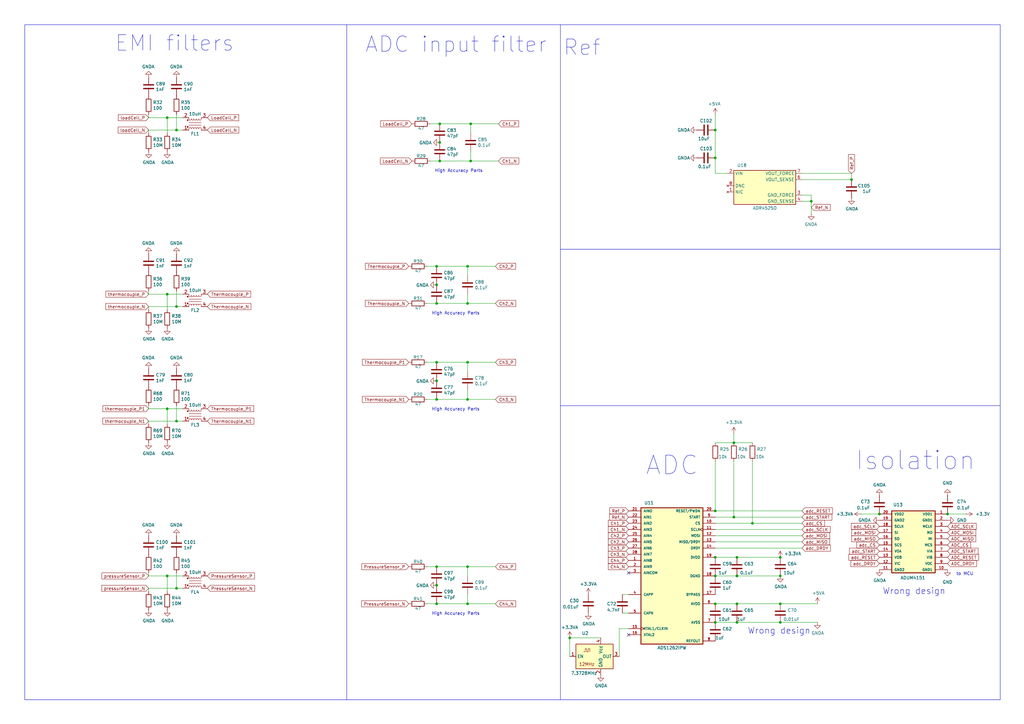
<source format=kicad_sch>
(kicad_sch (version 20231120) (generator "eeschema") (generator_version "8.0")
  (paper "A3")
  (title_block (title "Analog Parts") (date "2024-09-08") (rev "1.1"))
  (lib_symbols
    (symbol "ADS1263IPW:ADS1263IPW" (pin_names (offset 1.016))
      (property "Reference" "U" (at -11.43 49.53 0))
      (property "Value" "ADS1263IPW" (at -5.08 -10.3378 0))
      (symbol "ADS1263IPW_0_0"
        (pin input line (at -17.78 26.67 0) (length 5.08) (name "AIN8") (number "1"))
        (pin bidirectional line (at 17.78 41.91 180) (length 5.08) (name "CS") (number "10"))
        (pin input clock (at 17.78 39.37 180) (length 5.08) (name "SCLK") (number "11"))
        (pin input line (at 17.78 36.83 180) (length 5.08) (name "MOSI") (number "12"))
        (pin output line (at 17.78 34.29 180) (length 5.08) (name "MISO/DRDY") (number "13"))
        (pin bidirectional line (at 17.78 31.75 180) (length 5.08) (name "DRDY") (number "14"))
        (pin bidirectional clock (at -17.78 -1.27 0) (length 5.08) (name "XTAL1/CLKIN") (number "15"))
        (pin bidirectional line (at -17.78 -3.81 0) (length 5.08) (name "XTAL2") (number "16"))
        (pin bidirectional line (at 17.78 12.7 180) (length 5.08) (name "BYPASS") (number "17"))
        (pin power_in line (at 17.78 20.32 180) (length 5.08) (name "DGND") (number "18"))
        (pin power_in line (at 17.78 27.94 180) (length 5.08) (name "DVDD") (number "19"))
        (pin input line (at -17.78 24.13 0) (length 5.08) (name "AIN9") (number "2"))
        (pin bidirectional line (at 17.78 46.99 180) (length 5.08) (name "RESET/PWDN") (number "20"))
        (pin input line (at -17.78 46.99 0) (length 5.08) (name "AINO") (number "21"))
        (pin input line (at -17.78 44.45 0) (length 5.08) (name "AIN1") (number "22"))
        (pin input line (at -17.78 41.91 0) (length 5.08) (name "AIN2") (number "23"))
        (pin input line (at -17.78 39.37 0) (length 5.08) (name "AIN3") (number "24"))
        (pin input line (at -17.78 36.83 0) (length 5.08) (name "AIN4") (number "25"))
        (pin input line (at -17.78 34.29 0) (length 5.08) (name "AIN5") (number "26"))
        (pin input line (at -17.78 31.75 0) (length 5.08) (name "AIN6") (number "27"))
        (pin input line (at -17.78 29.21 0) (length 5.08) (name "AIN7") (number "28"))
        (pin input line (at -17.78 21.59 0) (length 5.08) (name "AINCOM") (number "3"))
        (pin bidirectional line (at -17.78 12.7 0) (length 5.08) (name "CAPP") (number "4"))
        (pin bidirectional line (at -17.78 5.08 0) (length 5.08) (name "CAPN") (number "5"))
        (pin power_in line (at 17.78 8.89 180) (length 5.08) (name "AVDD") (number "6"))
        (pin power_in line (at 17.78 1.27 180) (length 5.08) (name "AVSS") (number "7"))
        (pin output line (at 17.78 -6.35 180) (length 5.08) (name "REFOUT") (number "8"))
        (pin bidirectional line (at 17.78 44.45 180) (length 5.08) (name "START") (number "9"))
      )
      (symbol "ADS1263IPW_1_1"
        (rectangle (start -12.7 48.26) (end 12.7 -7.62) (stroke (width 0.4064)) (fill (type background)))
      )
    )
    (symbol "ADUM4151:ADUM4151" (pin_names (offset 1.016))
      (property "Reference" "U" (at -8.89 25.4 0))
      (property "Value" "ADUM4151" (at -6.35 -3.81 0))
      (symbol "ADUM4151_0_0"
        (pin bidirectional line (at -15.24 22.86 0) (length 5.08) (name "VDD1") (number "1"))
        (pin bidirectional line (at -15.24 0 0) (length 5.08) (name "GND1") (number "10"))
        (pin bidirectional line (at 12.7 0 180) (length 5.08) (name "GND2") (number "11"))
        (pin bidirectional line (at 12.7 2.54 180) (length 5.08) (name "VIC") (number "12"))
        (pin bidirectional line (at 12.7 5.08 180) (length 5.08) (name "VOB") (number "13"))
        (pin bidirectional line (at 12.7 7.62 180) (length 5.08) (name "VOA") (number "14"))
        (pin bidirectional line (at 12.7 10.16 180) (length 5.08) (name "SCS") (number "15"))
        (pin bidirectional line (at 12.7 12.7 180) (length 5.08) (name "SO") (number "16"))
        (pin bidirectional line (at 12.7 15.24 180) (length 5.08) (name "SI") (number "17"))
        (pin bidirectional line (at 12.7 17.78 180) (length 5.08) (name "SCLK") (number "18"))
        (pin bidirectional line (at 12.7 20.32 180) (length 5.08) (name "GND2") (number "19"))
        (pin bidirectional line (at -15.24 20.32 0) (length 5.08) (name "GND1") (number "2"))
        (pin bidirectional line (at 12.7 22.86 180) (length 5.08) (name "VDD2") (number "20"))
        (pin bidirectional line (at -15.24 17.78 0) (length 5.08) (name "MCLK") (number "3"))
        (pin bidirectional line (at -15.24 15.24 0) (length 5.08) (name "MO") (number "4"))
        (pin bidirectional line (at -15.24 12.7 0) (length 5.08) (name "MI") (number "5"))
        (pin bidirectional line (at -15.24 10.16 0) (length 5.08) (name "MCS") (number "6"))
        (pin bidirectional line (at -15.24 7.62 0) (length 5.08) (name "VIA") (number "7"))
        (pin bidirectional line (at -15.24 5.08 0) (length 5.08) (name "VIB") (number "8"))
        (pin bidirectional line (at -15.24 2.54 0) (length 5.08) (name "VOC") (number "9"))
      )
      (symbol "ADUM4151_1_1"
        (rectangle (start 7.62 -1.27) (end -10.16 24.13) (stroke (width 0.4064)) (fill (type background)))
      )
    )
    (symbol "Device:C" (pin_numbers hide) (pin_names (offset 0.254))
      (property "Reference" "C" (at 0.635 2.54 0))
      (property "Value" "C" (at 0.635 -2.54 0))
      (symbol "C_0_1"
        (polyline (pts (xy -2.032 -0.762) (xy 2.032 -0.762)) (stroke (width 0.508)))
        (polyline (pts (xy -2.032 0.762) (xy 2.032 0.762)) (stroke (width 0.508)))
      )
      (symbol "C_1_1"
        (pin passive line (at 0 3.81 270) (length 2.794) (name "~") (number "1"))
        (pin passive line (at 0 -3.81 90) (length 2.794) (name "~") (number "2"))
      )
    )
    (symbol "Device:Filter_EMI_LL_1423" (pin_names hide)
      (property "Reference" "FL" (at 0 4.445 0))
      (property "Value" "Filter_EMI_LL_1423" (at 0 -4.445 0))
      (symbol "Filter_EMI_LL_1423_0_1"
        (circle (center -3.048 -1.27) (radius 0.254) (fill (type outline)))
        (circle (center -3.048 1.524) (radius 0.254) (fill (type outline)))
        (arc (start -2.54 2.032) (mid -2.032 1.5262) (end -1.524 2.032))
        (arc (start -1.524 -2.032) (mid -2.032 -1.5262) (end -2.54 -2.032))
        (arc (start -1.524 2.032) (mid -1.016 1.5262) (end -0.508 2.032))
        (arc (start -0.508 -2.032) (mid -1.016 -1.5262) (end -1.524 -2.032))
        (arc (start -0.508 2.032) (mid 0 1.5262) (end 0.508 2.032))
        (polyline (pts (xy -2.54 -2.032) (xy -2.54 -2.54)))
        (polyline (pts (xy -2.54 0.508) (xy 2.54 0.508)))
        (polyline (pts (xy -2.54 2.032) (xy -2.54 2.54)))
        (polyline (pts (xy 2.54 -2.032) (xy 2.54 -2.54)))
        (polyline (pts (xy 2.54 -0.508) (xy -2.54 -0.508)))
        (polyline (pts (xy 2.54 2.54) (xy 2.54 2.032)))
        (arc (start 0.508 -2.032) (mid 0 -1.5262) (end -0.508 -2.032))
        (arc (start 0.508 2.032) (mid 1.016 1.5262) (end 1.524 2.032))
        (arc (start 1.524 -2.032) (mid 1.016 -1.5262) (end 0.508 -2.032))
        (arc (start 1.524 2.032) (mid 2.032 1.5262) (end 2.54 2.032))
        (arc (start 2.54 -2.032) (mid 2.032 -1.5262) (end 1.524 -2.032))
      )
      (symbol "Filter_EMI_LL_1423_1_1"
        (pin passive line (at -5.08 -2.54 0) (length 2.54) (name "1") (number "1"))
        (pin passive line (at -5.08 2.54 0) (length 2.54) (name "2") (number "2"))
        (pin passive line (at 5.08 2.54 180) (length 2.54) (name "3") (number "3"))
        (pin passive line (at 5.08 -2.54 180) (length 2.54) (name "4") (number "4"))
      )
    )
    (symbol "Device:R" (pin_numbers hide) (pin_names (offset 0))
      (property "Reference" "R" (at 2.032 0 90))
      (property "Value" "R" (at 0 0 90))
      (symbol "R_0_1"
        (rectangle (start -1.016 -2.54) (end 1.016 2.54) (stroke (width 0.254)))
      )
      (symbol "R_1_1"
        (pin passive line (at 0 3.81 270) (length 1.27) (name "~") (number "1"))
        (pin passive line (at 0 -3.81 90) (length 1.27) (name "~") (number "2"))
      )
    )
    (symbol "GND_1" (power) (pin_numbers hide) (pin_names (offset 0) hide)
      (property "Value" "GND" (at 0 -3.81 0))
      (symbol "GND_1_0_1"
        (polyline (pts (xy 0 0) (xy 0 -1.27) (xy 1.27 -1.27) (xy 0 -2.54) (xy -1.27 -1.27) (xy 0 -1.27)))
      )
      (symbol "GND_1_1_1"
        (pin power_in line (at 0 0 270) (length 0) (name "~") (number "1"))
      )
    )
    (symbol "GND_2" (power) (pin_numbers hide) (pin_names (offset 0) hide)
      (property "Value" "GND" (at 0 -3.81 0))
      (symbol "GND_2_0_1"
        (polyline (pts (xy 0 0) (xy 0 -1.27) (xy 1.27 -1.27) (xy 0 -2.54) (xy -1.27 -1.27) (xy 0 -1.27)))
      )
      (symbol "GND_2_1_1"
        (pin power_in line (at 0 0 270) (length 0) (name "~") (number "1"))
      )
    )
    (symbol "MY_CLK:TCXO-12MHz_3OUT"
      (property "Reference" "U" (at -6.35 7.62 0))
      (property "Value" "TCXO-12MHz_3OUT" (at 0 -11.43 0))
      (symbol "TCXO-12MHz_3OUT_0_0"
        (text "12MHz" (at -3.175 -3.175 0) (effects (font (size 1.27 1.27))))
      )
      (symbol "TCXO-12MHz_3OUT_0_1"
        (rectangle (start -7.62 5.08) (end 7.62 -5.08) (stroke (width 0.254)) (fill (type background)))
        (polyline (pts (xy -4.445 1.905) (xy -3.81 1.905) (xy -3.81 3.175) (xy -3.175 3.175) (xy -3.175 1.905) (xy -2.54 1.905) (xy -2.54 3.175) (xy -1.905 3.175) (xy -1.905 1.905)))
      )
      (symbol "TCXO-12MHz_3OUT_1_1"
        (pin input line (at -10.16 0 0) (length 2.54) (name "EN") (number "1"))
        (pin power_in line (at 2.54 -7.62 90) (length 2.54) (name "GND") (number "2"))
        (pin output line (at 10.16 0 180) (length 2.54) (name "OUT") (number "3"))
        (pin power_in line (at 2.54 7.62 270) (length 2.54) (name "Vcc") (number "4"))
      )
    )
    (symbol "MY_PMIC:ADR4525D"
      (property "Reference" "U18" (at -9.398 8.382 0))
      (property "Value" "ADR4525D" (at 0 -9.144 0))
      (symbol "ADR4525D_1_1"
        (rectangle (start -12.7 6.35) (end 12.7 -7.62) (stroke (width 0.254)) (fill (type background)))
        (pin no_connect line (at -15.24 -2.54 0) (length 2.54) (name "NIC") (number "1"))
        (pin input line (at -15.24 5.08 0) (length 2.54) (name "VIN") (number "2"))
        (pin input line (at 15.24 -3.81 180) (length 2.54) (name "GND_FORCE") (number "3"))
        (pin input line (at 15.24 -6.35 180) (length 2.54) (name "GND_SENSE") (number "4"))
        (pin no_connect line (at -15.24 -2.54 0) (length 2.54) hide (name "NIC") (number "5"))
        (pin input line (at 15.24 2.54 180) (length 2.54) (name "VOUT_SENSE") (number "6"))
        (pin input line (at 15.24 5.08 180) (length 2.54) (name "VOUT_FORCE") (number "7"))
        (pin no_connect line (at -15.24 0 0) (length 2.54) (name "DNC") (number "8"))
      )
    )
    (symbol "power:+3.3V" (power) (pin_numbers hide) (pin_names (offset 0) hide)
      (property "Value" "+3.3V" (at 0 3.556 0))
      (symbol "+3.3V_0_1"
        (polyline (pts (xy -0.762 1.27) (xy 0 2.54)))
        (polyline (pts (xy 0 0) (xy 0 2.54)))
        (polyline (pts (xy 0 2.54) (xy 0.762 1.27)))
      )
      (symbol "+3.3V_1_1"
        (pin power_in line (at 0 0 90) (length 0) (name "~") (number "1"))
      )
    )
    (symbol "power:+3.3VA" (power) (pin_numbers hide) (pin_names (offset 0) hide)
      (property "Value" "+3.3VA" (at 0 3.556 0))
      (symbol "+3.3VA_0_1"
        (polyline (pts (xy -0.762 1.27) (xy 0 2.54)))
        (polyline (pts (xy 0 0) (xy 0 2.54)))
        (polyline (pts (xy 0 2.54) (xy 0.762 1.27)))
      )
      (symbol "+3.3VA_1_1"
        (pin power_in line (at 0 0 90) (length 0) (name "~") (number "1"))
      )
    )
    (symbol "power:+5VA" (power) (pin_names (offset 0))
      (property "Value" "+5VA" (at 0 3.556 0))
      (symbol "+5VA_0_1"
        (polyline (pts (xy -0.762 1.27) (xy 0 2.54)))
        (polyline (pts (xy 0 0) (xy 0 2.54)))
        (polyline (pts (xy 0 2.54) (xy 0.762 1.27)))
      )
      (symbol "+5VA_1_1"
        (pin power_in line (at 0 0 90) (length 0) hide (name "+5VA") (number "1"))
      )
    )
    (symbol "power:GNDA" (power) (pin_names (offset 0))
      (property "Value" "GNDA" (at 0 -3.81 0))
      (symbol "GNDA_0_1"
        (polyline (pts (xy 0 0) (xy 0 -1.27) (xy 1.27 -1.27) (xy 0 -2.54) (xy -1.27 -1.27) (xy 0 -1.27)))
      )
      (symbol "GNDA_1_1"
        (pin power_in line (at 0 0 270) (length 0) hide (name "GNDA") (number "1"))
      )
    )
  )
  (junction (at 300.99 181.61))
  (junction (at 191.77 124.46))
  (junction (at 68.58 48.26))
  (junction (at 179.07 116.84))
  (junction (at 302.26 228.6))
  (junction (at 320.04 255.27))
  (junction (at 191.77 247.65))
  (junction (at 332.74 82.55))
  (junction (at 68.58 236.22))
  (junction (at 72.39 172.72))
  (junction (at 320.04 228.6))
  (junction (at 191.77 232.41))
  (junction (at 293.37 53.34))
  (junction (at 191.77 163.83))
  (junction (at 179.07 240.03))
  (junction (at 293.37 64.77))
  (junction (at 179.07 232.41))
  (junction (at 302.26 255.27))
  (junction (at 72.39 125.73))
  (junction (at 180.34 66.04))
  (junction (at 179.07 148.59))
  (junction (at 320.04 247.65))
  (junction (at 68.58 167.64))
  (junction (at 191.77 109.22))
  (junction (at 302.26 236.22))
  (junction (at 308.61 214.63))
  (junction (at 233.68 261.62))
  (junction (at 193.04 66.04))
  (junction (at 72.39 53.34))
  (junction (at 302.26 247.65))
  (junction (at 180.34 58.42))
  (junction (at 179.07 156.21))
  (junction (at 179.07 163.83))
  (junction (at 72.39 241.3))
  (junction (at 388.62 210.82))
  (junction (at 293.37 255.27))
  (junction (at 349.25 73.66))
  (junction (at 293.37 247.65))
  (junction (at 179.07 247.65))
  (junction (at 360.68 210.82))
  (junction (at 191.77 148.59))
  (junction (at 179.07 109.22))
  (junction (at 320.04 236.22))
  (junction (at 179.07 124.46))
  (junction (at 293.37 236.22))
  (junction (at 193.04 50.8))
  (junction (at 293.37 228.6))
  (junction (at 68.58 120.65))
  (junction (at 293.37 209.55))
  (junction (at 180.34 50.8))
  (junction (at 300.99 212.09))
  (no_connect (at 257.81 260.35))
  (no_connect (at 257.81 234.95))
  (wire (pts (xy 60.96 46.99) (xy 60.96 48.26)))
  (wire (pts (xy 193.04 66.04) (xy 204.47 66.04)))
  (wire (pts (xy 176.53 50.8) (xy 180.34 50.8)))
  (wire (pts (xy 60.96 125.73) (xy 72.39 125.73)))
  (wire (pts (xy 349.25 73.66) (xy 349.25 71.12)))
  (wire (pts (xy 72.39 166.37) (xy 72.39 172.72)))
  (wire (pts (xy 293.37 53.34) (xy 293.37 64.77)))
  (wire (pts (xy 302.26 228.6) (xy 320.04 228.6)))
  (wire (pts (xy 180.34 66.04) (xy 193.04 66.04)))
  (wire (pts (xy 300.99 189.23) (xy 300.99 212.09)))
  (wire (pts (xy 179.07 124.46) (xy 191.77 124.46)))
  (wire (pts (xy 60.96 166.37) (xy 60.96 167.64)))
  (wire (pts (xy 293.37 219.71) (xy 328.93 219.71)))
  (wire (pts (xy 60.96 234.95) (xy 60.96 236.22)))
  (wire (pts (xy 332.74 80.01) (xy 332.74 82.55)))
  (wire (pts (xy 175.26 109.22) (xy 179.07 109.22)))
  (wire (pts (xy 179.07 109.22) (xy 191.77 109.22)))
  (wire (pts (xy 193.04 66.04) (xy 193.04 62.23)))
  (polyline (pts (xy 10.16 10.16) (xy 10.16 287.02)))
  (wire (pts (xy 191.77 232.41) (xy 203.2 232.41)))
  (wire (pts (xy 191.77 109.22) (xy 203.2 109.22)))
  (polyline (pts (xy 410.21 10.16) (xy 410.21 287.02)))
  (wire (pts (xy 60.96 173.99) (xy 60.96 172.72)))
  (wire (pts (xy 191.77 247.65) (xy 203.2 247.65)))
  (wire (pts (xy 179.07 148.59) (xy 191.77 148.59)))
  (wire (pts (xy 179.07 163.83) (xy 191.77 163.83)))
  (polyline (pts (xy 10.16 10.16) (xy 410.21 10.16)))
  (wire (pts (xy 293.37 212.09) (xy 300.99 212.09)))
  (wire (pts (xy 175.26 124.46) (xy 179.07 124.46)))
  (polyline (pts (xy 229.87 166.37) (xy 410.21 166.37)))
  (wire (pts (xy 74.93 236.22) (xy 68.58 236.22)))
  (wire (pts (xy 191.77 232.41) (xy 191.77 236.22)))
  (wire (pts (xy 68.58 127) (xy 68.58 120.65)))
  (wire (pts (xy 60.96 119.38) (xy 60.96 120.65)))
  (wire (pts (xy 72.39 234.95) (xy 72.39 241.3)))
  (wire (pts (xy 60.96 241.3) (xy 72.39 241.3)))
  (wire (pts (xy 293.37 214.63) (xy 308.61 214.63)))
  (wire (pts (xy 302.26 236.22) (xy 320.04 236.22)))
  (wire (pts (xy 328.93 80.01) (xy 332.74 80.01)))
  (wire (pts (xy 308.61 189.23) (xy 308.61 214.63)))
  (wire (pts (xy 176.53 66.04) (xy 180.34 66.04)))
  (wire (pts (xy 320.04 247.65) (xy 335.28 247.65)))
  (wire (pts (xy 191.77 247.65) (xy 191.77 243.84)))
  (wire (pts (xy 293.37 255.27) (xy 302.26 255.27)))
  (wire (pts (xy 191.77 163.83) (xy 191.77 160.02)))
  (wire (pts (xy 293.37 247.65) (xy 302.26 247.65)))
  (wire (pts (xy 293.37 189.23) (xy 293.37 209.55)))
  (wire (pts (xy 175.26 232.41) (xy 179.07 232.41)))
  (wire (pts (xy 60.96 172.72) (xy 72.39 172.72)))
  (wire (pts (xy 353.06 210.82) (xy 360.68 210.82)))
  (wire (pts (xy 302.26 255.27) (xy 320.04 255.27)))
  (polyline (pts (xy 410.21 287.02) (xy 10.16 287.02)))
  (wire (pts (xy 191.77 163.83) (xy 203.2 163.83)))
  (wire (pts (xy 335.28 255.27) (xy 320.04 255.27)))
  (wire (pts (xy 293.37 46.99) (xy 293.37 53.34)))
  (wire (pts (xy 60.96 120.65) (xy 68.58 120.65)))
  (wire (pts (xy 72.39 125.73) (xy 74.93 125.73)))
  (wire (pts (xy 233.68 261.62) (xy 246.38 261.62)))
  (wire (pts (xy 308.61 214.63) (xy 328.93 214.63)))
  (wire (pts (xy 193.04 50.8) (xy 204.47 50.8)))
  (wire (pts (xy 60.96 167.64) (xy 68.58 167.64)))
  (wire (pts (xy 255.27 243.84) (xy 257.81 243.84)))
  (wire (pts (xy 293.37 236.22) (xy 302.26 236.22)))
  (wire (pts (xy 191.77 148.59) (xy 191.77 152.4)))
  (wire (pts (xy 72.39 46.99) (xy 72.39 53.34)))
  (wire (pts (xy 180.34 50.8) (xy 193.04 50.8)))
  (wire (pts (xy 175.26 247.65) (xy 179.07 247.65)))
  (wire (pts (xy 300.99 212.09) (xy 328.93 212.09)))
  (wire (pts (xy 233.68 269.24) (xy 233.68 261.62)))
  (wire (pts (xy 193.04 50.8) (xy 193.04 54.61)))
  (wire (pts (xy 60.96 236.22) (xy 68.58 236.22)))
  (wire (pts (xy 302.26 247.65) (xy 320.04 247.65)))
  (wire (pts (xy 68.58 54.61) (xy 68.58 48.26)))
  (wire (pts (xy 60.96 48.26) (xy 68.58 48.26)))
  (polyline (pts (xy 229.87 10.16) (xy 229.87 287.02)))
  (wire (pts (xy 191.77 124.46) (xy 191.77 120.65)))
  (wire (pts (xy 254 257.81) (xy 257.81 257.81)))
  (wire (pts (xy 74.93 167.64) (xy 68.58 167.64)))
  (wire (pts (xy 302.26 228.6) (xy 293.37 228.6)))
  (wire (pts (xy 328.93 222.25) (xy 293.37 222.25)))
  (wire (pts (xy 300.99 181.61) (xy 308.61 181.61)))
  (wire (pts (xy 60.96 54.61) (xy 60.96 53.34)))
  (wire (pts (xy 332.74 82.55) (xy 332.74 87.63)))
  (wire (pts (xy 328.93 71.12) (xy 349.25 71.12)))
  (wire (pts (xy 175.26 163.83) (xy 179.07 163.83)))
  (wire (pts (xy 328.93 73.66) (xy 349.25 73.66)))
  (wire (pts (xy 293.37 71.12) (xy 298.45 71.12)))
  (wire (pts (xy 60.96 53.34) (xy 72.39 53.34)))
  (wire (pts (xy 332.74 82.55) (xy 328.93 82.55)))
  (wire (pts (xy 175.26 148.59) (xy 179.07 148.59)))
  (wire (pts (xy 72.39 241.3) (xy 74.93 241.3)))
  (wire (pts (xy 179.07 232.41) (xy 191.77 232.41)))
  (wire (pts (xy 293.37 209.55) (xy 328.93 209.55)))
  (wire (pts (xy 60.96 127) (xy 60.96 125.73)))
  (wire (pts (xy 179.07 247.65) (xy 191.77 247.65)))
  (wire (pts (xy 293.37 181.61) (xy 300.99 181.61)))
  (wire (pts (xy 191.77 124.46) (xy 203.2 124.46)))
  (wire (pts (xy 328.93 224.79) (xy 293.37 224.79)))
  (wire (pts (xy 68.58 242.57) (xy 68.58 236.22)))
  (wire (pts (xy 255.27 251.46) (xy 257.81 251.46)))
  (wire (pts (xy 74.93 48.26) (xy 68.58 48.26)))
  (wire (pts (xy 60.96 242.57) (xy 60.96 241.3)))
  (wire (pts (xy 293.37 64.77) (xy 293.37 71.12)))
  (wire (pts (xy 191.77 109.22) (xy 191.77 113.03)))
  (wire (pts (xy 72.39 53.34) (xy 74.93 53.34)))
  (wire (pts (xy 328.93 217.17) (xy 293.37 217.17)))
  (wire (pts (xy 254 269.24) (xy 254 257.81)))
  (wire (pts (xy 388.62 210.82) (xy 396.24 210.82)))
  (wire (pts (xy 72.39 119.38) (xy 72.39 125.73)))
  (wire (pts (xy 68.58 173.99) (xy 68.58 167.64)))
  (wire (pts (xy 191.77 148.59) (xy 203.2 148.59)))
  (wire (pts (xy 300.99 177.8) (xy 300.99 181.61)))
  (polyline (pts (xy 142.24 10.16) (xy 142.24 287.02)))
  (wire (pts (xy 72.39 172.72) (xy 74.93 172.72)))
  (polyline (pts (xy 229.87 102.235) (xy 410.21 102.235)))
  (wire (pts (xy 74.93 120.65) (xy 68.58 120.65)))
  (text "Ref" (at 230.886 23.368 0) (effects (font (size 6.35 6.35)) (justify left bottom)))
  (text "EMI filters" (at 46.99 21.59 0) (effects (font (size 6.35 6.35)) (justify left bottom)))
  (text "High Accuracy Parts" (at 177.038 129.286 0) (effects (font (size 1.27 1.27)) (justify left bottom)))
  (text "High Accuracy Parts" (at 178.308 70.866 0) (effects (font (size 1.27 1.27)) (justify left bottom)))
  (text "High Accuracy Parts" (at 177.038 168.656 0) (effects (font (size 1.27 1.27)) (justify left bottom)))
  (text "ADC" (at 275.59 191.008 0) (effects (font (size 7.62 7.62))))
  (text "Isolation" (at 375.412 188.976 0) (effects (font (size 7.62 7.62))))
  (text "ADC input filter" (at 149.606 22.098 0) (effects (font (size 6.35 6.35)) (justify left bottom)))
  (text "to MCU" (at 395.732 235.458 0) (effects (font (size 1.27 1.27))))
  (text "Wrong design" (at 374.904 242.57 0) (effects (font (size 2.54 2.54))))
  (text "Wrong design" (at 319.532 258.826 0) (effects (font (size 2.54 2.54))))
  (text "High Accuracy Parts" (at 177.038 252.476 0) (effects (font (size 1.27 1.27)) (justify left bottom)))
  (global_label "Ch4_P" (shape input) (at 203.2 232.41 0) (property "Intersheetrefs" "${INTERSHEET_REFS}" (effects (hide yes))))
  (global_label "ADC_DRDY" (shape input) (at 388.62 231.14 0) (property "Intersheetrefs" "${INTERSHEET_REFS}" (effects (hide yes))))
  (global_label "Ch3_N" (shape input) (at 203.2 163.83 0) (property "Intersheetrefs" "${INTERSHEET_REFS}" (effects (hide yes))))
  (global_label "Thermocouple_P" (shape input) (at 85.09 120.65 0) (property "Intersheetrefs" "${INTERSHEET_REFS}" (effects (hide yes))))
  (global_label "Thermocouple_N" (shape input) (at 85.09 125.73 0) (property "Intersheetrefs" "${INTERSHEET_REFS}" (effects (hide yes))))
  (global_label "adc_RESET" (shape input) (at 328.93 209.55 0) (property "Intersheetrefs" "${INTERSHEET_REFS}" (effects (hide yes))))
  (global_label "Thermocouple_N1" (shape input) (at 85.09 172.72 0) (property "Intersheetrefs" "${INTERSHEET_REFS}" (effects (hide yes))))
  (global_label "LoadCell_N" (shape input) (at 85.09 53.34 0) (property "Intersheetrefs" "${INTERSHEET_REFS}" (effects (hide yes))))
  (global_label "ADC_START" (shape input) (at 388.62 226.06 0) (property "Intersheetrefs" "${INTERSHEET_REFS}" (effects (hide yes))))
  (global_label "Ch3_N" (shape input) (at 257.81 227.33 180) (property "Intersheetrefs" "${INTERSHEET_REFS}" (effects (hide yes))))
  (global_label "PressureSensor_P" (shape input) (at 85.09 236.22 0) (property "Intersheetrefs" "${INTERSHEET_REFS}" (effects (hide yes))))
  (global_label "ADC_MISO" (shape input) (at 388.62 220.98 0) (property "Intersheetrefs" "${INTERSHEET_REFS}" (effects (hide yes))))
  (global_label "PressureSensor_N" (shape input) (at 85.09 241.3 0) (property "Intersheetrefs" "${INTERSHEET_REFS}" (effects (hide yes))))
  (global_label "adc_DRDY" (shape input) (at 328.93 224.79 0) (property "Intersheetrefs" "${INTERSHEET_REFS}" (effects (hide yes))))
  (global_label "ADC_RESET" (shape input) (at 388.62 228.6 0) (property "Intersheetrefs" "${INTERSHEET_REFS}" (effects (hide yes))))
  (global_label "Ch4_P" (shape input) (at 257.81 229.87 180) (property "Intersheetrefs" "${INTERSHEET_REFS}" (effects (hide yes))))
  (global_label "adc_SCLK" (shape input) (at 328.93 217.17 0) (property "Intersheetrefs" "${INTERSHEET_REFS}" (effects (hide yes))))
  (global_label "Ref_N" (shape input) (at 257.81 212.09 180) (property "Intersheetrefs" "${INTERSHEET_REFS}" (effects (hide yes))))
  (global_label "adc_MOSI" (shape input) (at 360.68 218.44 180) (property "Intersheetrefs" "${INTERSHEET_REFS}" (effects (hide yes))))
  (global_label "LoadCell_N" (shape input) (at 168.91 66.04 180) (property "Intersheetrefs" "${INTERSHEET_REFS}" (effects (hide yes))))
  (global_label "adc_DRDY" (shape input) (at 360.68 231.14 180) (property "Intersheetrefs" "${INTERSHEET_REFS}" (effects (hide yes))))
  (global_label "pressureSensor_N" (shape input) (at 60.96 241.3 180) (property "Intersheetrefs" "${INTERSHEET_REFS}" (effects (hide yes))))
  (global_label "Ref_N" (shape input) (at 332.74 85.09 0) (property "Intersheetrefs" "${INTERSHEET_REFS}" (effects (hide yes))))
  (global_label "adc_START" (shape input) (at 360.68 226.06 180) (property "Intersheetrefs" "${INTERSHEET_REFS}" (effects (hide yes))))
  (global_label "PressureSensor_N" (shape input) (at 167.64 247.65 180) (property "Intersheetrefs" "${INTERSHEET_REFS}" (effects (hide yes))))
  (global_label "Thermocouple_P" (shape input) (at 167.64 109.22 180) (property "Intersheetrefs" "${INTERSHEET_REFS}" (effects (hide yes))))
  (global_label "thermocouple_P1" (shape input) (at 60.96 167.64 180) (property "Intersheetrefs" "${INTERSHEET_REFS}" (effects (hide yes))))
  (global_label "Ch3_P" (shape input) (at 203.2 148.59 0) (property "Intersheetrefs" "${INTERSHEET_REFS}" (effects (hide yes))))
  (global_label "Ch2_N" (shape input) (at 203.2 124.46 0) (property "Intersheetrefs" "${INTERSHEET_REFS}" (effects (hide yes))))
  (global_label "thermocouple_N" (shape input) (at 60.96 125.73 180) (property "Intersheetrefs" "${INTERSHEET_REFS}" (effects (hide yes))))
  (global_label "adc_SCLK" (shape input) (at 360.68 215.9 180) (property "Intersheetrefs" "${INTERSHEET_REFS}" (effects (hide yes))))
  (global_label "Thermocouple_P1" (shape input) (at 167.64 148.59 180) (property "Intersheetrefs" "${INTERSHEET_REFS}" (effects (hide yes))))
  (global_label "adc_MOSI" (shape input) (at 328.93 219.71 0) (property "Intersheetrefs" "${INTERSHEET_REFS}" (effects (hide yes))))
  (global_label "Thermocouple_N" (shape input) (at 167.64 124.46 180) (property "Intersheetrefs" "${INTERSHEET_REFS}" (effects (hide yes))))
  (global_label "Ch1_P" (shape input) (at 204.47 50.8 0) (property "Intersheetrefs" "${INTERSHEET_REFS}" (effects (hide yes))))
  (global_label "Ch1_P" (shape input) (at 257.81 214.63 180) (property "Intersheetrefs" "${INTERSHEET_REFS}" (effects (hide yes))))
  (global_label "Ch3_P" (shape input) (at 257.81 224.79 180) (property "Intersheetrefs" "${INTERSHEET_REFS}" (effects (hide yes))))
  (global_label "Ch1_N" (shape input) (at 204.47 66.04 0) (property "Intersheetrefs" "${INTERSHEET_REFS}" (effects (hide yes))))
  (global_label "adc_START" (shape input) (at 328.93 212.09 0) (property "Intersheetrefs" "${INTERSHEET_REFS}" (effects (hide yes))))
  (global_label "adc_RESET" (shape input) (at 360.68 228.6 180) (property "Intersheetrefs" "${INTERSHEET_REFS}" (effects (hide yes))))
  (global_label "thermocouple_N1" (shape input) (at 60.96 172.72 180) (property "Intersheetrefs" "${INTERSHEET_REFS}" (effects (hide yes))))
  (global_label "PressureSensor_P" (shape input) (at 167.64 232.41 180) (property "Intersheetrefs" "${INTERSHEET_REFS}" (effects (hide yes))))
  (global_label "Ref_P" (shape input) (at 257.81 209.55 180) (property "Intersheetrefs" "${INTERSHEET_REFS}" (effects (hide yes))))
  (global_label "Ch4_N" (shape input) (at 257.81 232.41 180) (property "Intersheetrefs" "${INTERSHEET_REFS}" (effects (hide yes))))
  (global_label "loadCell_P" (shape input) (at 60.96 48.26 180) (property "Intersheetrefs" "${INTERSHEET_REFS}" (effects (hide yes))))
  (global_label "adc_CS" (shape input) (at 328.93 214.63 0) (property "Intersheetrefs" "${INTERSHEET_REFS}" (effects (hide yes))))
  (global_label "LoadCell_P" (shape input) (at 168.91 50.8 180) (property "Intersheetrefs" "${INTERSHEET_REFS}" (effects (hide yes))))
  (global_label "pressureSensor_P" (shape input) (at 60.96 236.22 180) (property "Intersheetrefs" "${INTERSHEET_REFS}" (effects (hide yes))))
  (global_label "LoadCell_P" (shape input) (at 85.09 48.26 0) (property "Intersheetrefs" "${INTERSHEET_REFS}" (effects (hide yes))))
  (global_label "loadCell_N" (shape input) (at 60.96 53.34 180) (property "Intersheetrefs" "${INTERSHEET_REFS}" (effects (hide yes))))
  (global_label "Ch2_N" (shape input) (at 257.81 222.25 180) (property "Intersheetrefs" "${INTERSHEET_REFS}" (effects (hide yes))))
  (global_label "Ch2_P" (shape input) (at 203.2 109.22 0) (property "Intersheetrefs" "${INTERSHEET_REFS}" (effects (hide yes))))
  (global_label "thermocouple_P" (shape input) (at 60.96 120.65 180) (property "Intersheetrefs" "${INTERSHEET_REFS}" (effects (hide yes))))
  (global_label "Thermocouple_P1" (shape input) (at 85.09 167.64 0) (property "Intersheetrefs" "${INTERSHEET_REFS}" (effects (hide yes))))
  (global_label "Ref_P" (shape input) (at 349.25 71.12 90) (property "Intersheetrefs" "${INTERSHEET_REFS}" (effects (hide yes))))
  (global_label "Thermocouple_N1" (shape input) (at 167.64 163.83 180) (property "Intersheetrefs" "${INTERSHEET_REFS}" (effects (hide yes))))
  (global_label "ADC_CS" (shape input) (at 388.62 223.52 0) (property "Intersheetrefs" "${INTERSHEET_REFS}" (effects (hide yes))))
  (global_label "ADC_SCLK" (shape input) (at 388.62 215.9 0) (property "Intersheetrefs" "${INTERSHEET_REFS}" (effects (hide yes))))
  (global_label "Ch2_P" (shape input) (at 257.81 219.71 180) (property "Intersheetrefs" "${INTERSHEET_REFS}" (effects (hide yes))))
  (global_label "Ch1_N" (shape input) (at 257.81 217.17 180) (property "Intersheetrefs" "${INTERSHEET_REFS}" (effects (hide yes))))
  (global_label "adc_MISO" (shape input) (at 328.93 222.25 0) (property "Intersheetrefs" "${INTERSHEET_REFS}" (effects (hide yes))))
  (global_label "adc_MISO" (shape input) (at 360.68 220.98 180) (property "Intersheetrefs" "${INTERSHEET_REFS}" (effects (hide yes))))
  (global_label "adc_CS" (shape input) (at 360.68 223.52 180) (property "Intersheetrefs" "${INTERSHEET_REFS}" (effects (hide yes))))
  (global_label "ADC_MOSI" (shape input) (at 388.62 218.44 0) (property "Intersheetrefs" "${INTERSHEET_REFS}" (effects (hide yes))))
  (global_label "Ch4_N" (shape input) (at 203.2 247.65 0) (property "Intersheetrefs" "${INTERSHEET_REFS}" (effects (hide yes))))
  (symbol (lib_id "power:GNDA") (at 179.07 116.84 270) (unit 1)
    (property "Reference" "#PWR0149" (effects (hide yes)))
    (property "Value" "GNDA" (at 175.8442 116.967 90) (effects (justify right)))
  )
  (symbol (lib_id "Device:R") (at 293.37 185.42 0) (unit 1)
    (property "Reference" "R25" (at 295.148 184.2516 0) (effects (justify left)))
    (property "Value" "10k" (at 294.64 187.325 0) (effects (justify left)))
    (property "Footprint" "Resistor_SMD:R_0805_2012Metric" (effects (hide yes)))
  )
  (symbol (lib_id "power:GNDA") (at 285.75 53.34 270) (mirror x) (unit 1)
    (property "Reference" "#PWR0175" (effects (hide yes)))
    (property "Value" "GNDA" (at 280.416 53.34 90))
  )
  (symbol (lib_id "Device:C") (at 302.26 251.46 0) (unit 1)
    (property "Reference" "C65" (at 305.181 250.2916 0) (effects (justify left)))
    (property "Value" "1uF" (at 302.26 254 0) (effects (justify left)))
    (property "Footprint" "Capacitor_SMD:C_0805_2012Metric" (effects (hide yes)))
  )
  (symbol (lib_id "Device:R") (at 72.39 115.57 0) (unit 1)
    (property "Reference" "R39" (at 74.168 114.4016 0) (effects (justify left)))
    (property "Value" "100" (at 74.168 116.713 0) (effects (justify left)))
    (property "Footprint" "Resistor_SMD:R_0805_2012Metric" (effects (hide yes)))
  )
  (symbol (lib_id "power:GNDA") (at 246.38 276.86 0) (unit 1)
    (property "Reference" "#PWR075" (effects (hide yes)))
    (property "Value" "GNDA" (at 246.507 281.2542 0))
  )
  (symbol (lib_id "Device:C") (at 191.77 116.84 0) (unit 1)
    (property "Reference" "C88" (at 194.691 115.6716 0) (effects (justify left)))
    (property "Value" "0.1uF" (at 194.691 117.983 0) (effects (justify left)))
    (property "Footprint" "Capacitor_SMD:C_0805_2012Metric" (effects (hide yes)))
  )
  (symbol (lib_id "Device:C") (at 191.77 156.21 0) (unit 1)
    (property "Reference" "C78" (at 194.691 155.0416 0) (effects (justify left)))
    (property "Value" "0.1uF" (at 194.691 157.353 0) (effects (justify left)))
    (property "Footprint" "Capacitor_SMD:C_0805_2012Metric" (effects (hide yes)))
  )
  (symbol (lib_id "ADUM4151:ADUM4151") (at 373.38 233.68 0) (mirror y) (unit 1)
    (property "Reference" "U13" (at 368.3 207.01 0))
    (property "Value" "ADUM4151" (at 374.396 236.982 0))
    (property "Footprint" "Package_SO:SOIC-20W_7.5x12.8mm_P1.27mm" (effects (hide yes)))
  )
  (symbol (lib_id "Device:R") (at 68.58 177.8 0) (unit 1)
    (property "Reference" "R70" (at 70.358 176.6316 0) (effects (justify left)))
    (property "Value" "10M" (at 70.358 178.943 0) (effects (justify left)))
    (property "Footprint" "Resistor_SMD:R_0805_2012Metric" (effects (hide yes)))
  )
  (symbol (lib_id "power:GNDA") (at 320.04 236.22 0) (unit 1)
    (property "Reference" "#PWR0123" (effects (hide yes)))
    (property "Value" "GNDA" (at 320.167 240.6142 0))
  )
  (symbol (lib_id "power:+5VA") (at 335.28 247.65 0) (unit 1)
    (property "Reference" "#PWR0125" (effects (hide yes)))
    (property "Value" "+5VA" (at 335.661 243.2558 0))
  )
  (symbol (lib_id "power:GNDA") (at 285.75 64.77 270) (mirror x) (unit 1)
    (property "Reference" "#PWR0174" (effects (hide yes)))
    (property "Value" "GNDA" (at 280.416 64.77 90))
  )
  (symbol (lib_id "power:GNDA") (at 335.28 255.27 0) (unit 1)
    (property "Reference" "#PWR0126" (effects (hide yes)))
    (property "Value" "GNDA" (at 335.407 259.6642 0))
  )
  (symbol (lib_id "Device:C") (at 320.04 251.46 0) (unit 1)
    (property "Reference" "C70" (at 322.961 250.2916 0) (effects (justify left)))
    (property "Value" "0.01uF" (at 321.31 254 0) (effects (justify left)))
    (property "Footprint" "Capacitor_SMD:C_0805_2012Metric" (effects (hide yes)))
  )
  (symbol (lib_id "Device:C") (at 60.96 154.94 0) (unit 1)
    (property "Reference" "C79" (at 63.881 153.7716 0) (effects (justify left)))
    (property "Value" "1nF" (at 63.881 156.083 0) (effects (justify left)))
    (property "Footprint" "Capacitor_SMD:C_0805_2012Metric" (effects (hide yes)))
  )
  (symbol (lib_id "Device:Filter_EMI_LL_1423") (at 80.01 50.8 0) (unit 1)
    (property "Reference" "FL1" (at 80.01 54.864 0))
    (property "Value" "10uH" (at 80.01 46.736 0))
    (property "Footprint" "Inductor_SMD:L_CommonModeChoke_TDK_ACM2520-2P" (effects (hide yes)))
    (property "Description" "EMI 2-inductor filter, pin-connections 1-4 and 2-3" (effects (hide yes)))
  )
  (symbol (lib_id "power:GNDA") (at 72.39 219.71 180) (unit 1)
    (property "Reference" "#PWR0169" (effects (hide yes)))
    (property "Value" "GNDA" (at 72.263 215.3158 0))
  )
  (symbol (lib_id "Device:C") (at 289.56 53.34 270) (mirror x) (unit 1)
    (property "Reference" "C102" (at 287.02 49.53 90) (effects (justify left)))
    (property "Value" "10uF" (at 286.258 56.896 90) (effects (justify left)))
    (property "Footprint" "Capacitor_SMD:C_1210_3225Metric" (effects (hide yes)))
  )
  (symbol (lib_id "Device:C") (at 360.68 207.01 0) (unit 1)
    (property "Reference" "C73" (at 356.87 205.7399 0) (effects (justify right)))
    (property "Value" "0.1uF" (at 356.87 208.2799 0) (effects (justify right)))
    (property "Footprint" "Capacitor_SMD:C_0805_2012Metric" (effects (hide yes)))
    (property "Description" "Unpolarized capacitor" (effects (hide yes)))
  )
  (symbol (lib_name "GND_1") (lib_id "power:GND") (at 388.62 233.68 0) (unit 1)
    (property "Reference" "#PWR0133" (effects (hide yes)))
    (property "Value" "GND" (at 388.62 238.76 0))
    (property "Description" "Power symbol creates a global label with name \"GND\" , ground" (effects (hide yes)))
  )
  (symbol (lib_id "Device:C") (at 293.37 259.08 0) (unit 1)
    (property "Reference" "C62" (at 296.291 257.9116 0) (effects (justify left)))
    (property "Value" "1uF" (at 293.37 261.62 0) (effects (justify left)))
    (property "Footprint" "Capacitor_SMD:C_0805_2012Metric" (effects (hide yes)))
  )
  (symbol (lib_id "Device:R") (at 172.72 50.8 270) (unit 1)
    (property "Reference" "R28" (at 172.72 48.768 90))
    (property "Value" "47" (at 172.72 52.705 90))
    (property "Footprint" "Resistor_SMD:R_0805_2012Metric" (effects (hide yes)))
  )
  (symbol (lib_id "power:GNDA") (at 68.58 250.19 0) (unit 1)
    (property "Reference" "#PWR0168" (effects (hide yes)))
    (property "Value" "GNDA" (at 68.707 254.5842 0))
  )
  (symbol (lib_id "power:GNDA") (at 72.39 151.13 180) (unit 1)
    (property "Reference" "#PWR0202" (effects (hide yes)))
    (property "Value" "GNDA" (at 72.263 146.7358 0))
  )
  (symbol (lib_id "power:GNDA") (at 241.3 251.46 0) (unit 1)
    (property "Reference" "#PWR074" (effects (hide yes)))
    (property "Value" "GNDA" (at 241.427 255.8542 0))
  )
  (symbol (lib_id "Device:R") (at 60.96 43.18 0) (unit 1)
    (property "Reference" "R32" (at 62.738 42.0116 0) (effects (justify left)))
    (property "Value" "100" (at 62.738 44.323 0) (effects (justify left)))
    (property "Footprint" "Resistor_SMD:R_0805_2012Metric" (effects (hide yes)))
  )
  (symbol (lib_id "Device:R") (at 171.45 148.59 270) (unit 1)
    (property "Reference" "R17" (at 171.45 146.558 90))
    (property "Value" "47" (at 171.45 150.495 90))
    (property "Footprint" "Resistor_SMD:R_0805_2012Metric" (effects (hide yes)))
  )
  (symbol (lib_id "Device:R") (at 68.58 130.81 0) (unit 1)
    (property "Reference" "R38" (at 70.358 129.6416 0) (effects (justify left)))
    (property "Value" "10M" (at 70.358 131.953 0) (effects (justify left)))
    (property "Footprint" "Resistor_SMD:R_0805_2012Metric" (effects (hide yes)))
  )
  (symbol (lib_id "Device:R") (at 171.45 124.46 270) (unit 1)
    (property "Reference" "R31" (at 171.45 122.428 90))
    (property "Value" "47" (at 171.45 126.365 90))
    (property "Footprint" "Resistor_SMD:R_0805_2012Metric" (effects (hide yes)))
  )
  (symbol (lib_id "power:GNDA") (at 60.96 181.61 0) (unit 1)
    (property "Reference" "#PWR0200" (effects (hide yes)))
    (property "Value" "GNDA" (at 61.087 186.0042 0))
  )
  (symbol (lib_id "Device:R") (at 60.96 246.38 0) (unit 1)
    (property "Reference" "R43" (at 62.738 245.2116 0) (effects (justify left)))
    (property "Value" "10M" (at 62.738 247.523 0) (effects (justify left)))
    (property "Footprint" "Resistor_SMD:R_0805_2012Metric" (effects (hide yes)))
  )
  (symbol (lib_id "Device:C") (at 60.96 35.56 0) (unit 1)
    (property "Reference" "C89" (at 63.881 34.3916 0) (effects (justify left)))
    (property "Value" "1nF" (at 63.881 36.703 0) (effects (justify left)))
    (property "Footprint" "Capacitor_SMD:C_0805_2012Metric" (effects (hide yes)))
  )
  (symbol (lib_id "power:GNDA") (at 180.34 58.42 270) (unit 1)
    (property "Reference" "#PWR0148" (effects (hide yes)))
    (property "Value" "GNDA" (at 177.1142 58.547 90) (effects (justify right)))
  )
  (symbol (lib_id "power:+3.3VA") (at 241.3 243.84 0) (unit 1)
    (property "Reference" "#PWR076" (effects (hide yes)))
    (property "Value" "+3.3VA" (at 241.3 239.522 0))
    (property "Description" "Power symbol creates a global label with name \"+3.3VA\"" (effects (hide yes)))
  )
  (symbol (lib_id "Device:R") (at 171.45 109.22 270) (unit 1)
    (property "Reference" "R30" (at 171.45 107.188 90))
    (property "Value" "47" (at 171.45 111.125 90))
    (property "Footprint" "Resistor_SMD:R_0805_2012Metric" (effects (hide yes)))
  )
  (symbol (lib_id "power:GNDA") (at 332.74 87.63 0) (mirror y) (unit 1)
    (property "Reference" "#PWR0173" (effects (hide yes)))
    (property "Value" "GNDA" (at 332.613 92.0242 0))
  )
  (symbol (lib_id "Device:C") (at 179.07 120.65 0) (unit 1)
    (property "Reference" "C87" (at 181.991 119.4816 0) (effects (justify left)))
    (property "Value" "47pF" (at 181.991 121.793 0) (effects (justify left)))
    (property "Footprint" "Capacitor_SMD:C_0805_2012Metric" (effects (hide yes)))
  )
  (symbol (lib_id "Device:C") (at 60.96 223.52 0) (unit 1)
    (property "Reference" "C100" (at 63.881 222.3516 0) (effects (justify left)))
    (property "Value" "1nF" (at 63.881 224.663 0) (effects (justify left)))
    (property "Footprint" "Capacitor_SMD:C_0805_2012Metric" (effects (hide yes)))
  )
  (symbol (lib_id "Device:Filter_EMI_LL_1423") (at 80.01 238.76 0) (unit 1)
    (property "Reference" "FL4" (at 80.01 242.824 0))
    (property "Value" "10uH" (at 80.01 234.696 0))
    (property "Footprint" "Inductor_SMD:L_CommonModeChoke_TDK_ACM2520-2P" (effects (hide yes)))
    (property "Description" "EMI 2-inductor filter, pin-connections 1-4 and 2-3" (effects (hide yes)))
  )
  (symbol (lib_id "Device:C") (at 255.27 247.65 0) (unit 1)
    (property "Reference" "C72" (at 248.92 247.65 0) (effects (justify left)))
    (property "Value" "4.7nF" (at 248.92 250.19 0) (effects (justify left)))
    (property "Footprint" "Capacitor_SMD:C_0805_2012Metric" (effects (hide yes)))
  )
  (symbol (lib_id "MY_CLK:TCXO-12MHz_3OUT") (at 243.84 269.24 0) (unit 1)
    (property "Reference" "U2" (at 240.03 259.715 0))
    (property "Value" "7.3728MHz" (at 239.522 276.098 0))
    (property "Footprint" "PCB:ASDMB-OSC" (effects (hide yes)))
  )
  (symbol (lib_id "Device:R") (at 68.58 58.42 0) (unit 1)
    (property "Reference" "R34" (at 70.358 57.2516 0) (effects (justify left)))
    (property "Value" "10M" (at 70.358 59.563 0) (effects (justify left)))
    (property "Footprint" "Resistor_SMD:R_0805_2012Metric" (effects (hide yes)))
  )
  (symbol (lib_id "Device:C") (at 289.56 64.77 270) (mirror x) (unit 1)
    (property "Reference" "C103" (at 287.02 60.96 90) (effects (justify left)))
    (property "Value" "0.1uF" (at 286.258 68.326 90) (effects (justify left)))
    (property "Footprint" "Capacitor_SMD:C_0805_2012Metric" (effects (hide yes)))
  )
  (symbol (lib_id "power:+3.3VA") (at 300.99 177.8 0) (unit 1)
    (property "Reference" "#PWR0127" (effects (hide yes)))
    (property "Value" "+3.3VA" (at 300.99 173.228 0))
    (property "Description" "Power symbol creates a global label with name \"+3.3VA\"" (effects (hide yes)))
  )
  (symbol (lib_id "Device:R") (at 68.58 246.38 0) (unit 1)
    (property "Reference" "R44" (at 70.358 245.2116 0) (effects (justify left)))
    (property "Value" "10M" (at 70.358 247.523 0) (effects (justify left)))
    (property "Footprint" "Resistor_SMD:R_0805_2012Metric" (effects (hide yes)))
  )
  (symbol (lib_name "GND_1") (lib_id "power:GND") (at 388.62 213.36 90) (unit 1)
    (property "Reference" "#PWR0132" (effects (hide yes)))
    (property "Value" "GND" (at 392.43 213.3599 90) (effects (justify right)))
    (property "Description" "Power symbol creates a global label with name \"GND\" , ground" (effects (hide yes)))
  )
  (symbol (lib_id "Device:R") (at 60.96 58.42 0) (unit 1)
    (property "Reference" "R33" (at 62.738 57.2516 0) (effects (justify left)))
    (property "Value" "10M" (at 62.738 59.563 0) (effects (justify left)))
    (property "Footprint" "Resistor_SMD:R_0805_2012Metric" (effects (hide yes)))
  )
  (symbol (lib_id "power:GNDA") (at 60.96 104.14 180) (unit 1)
    (property "Reference" "#PWR0155" (effects (hide yes)))
    (property "Value" "GNDA" (at 60.833 99.7458 0))
  )
  (symbol (lib_id "Device:R") (at 60.96 130.81 0) (unit 1)
    (property "Reference" "R37" (at 62.738 129.6416 0) (effects (justify left)))
    (property "Value" "10M" (at 62.738 131.953 0) (effects (justify left)))
    (property "Footprint" "Resistor_SMD:R_0805_2012Metric" (effects (hide yes)))
  )
  (symbol (lib_id "Device:C") (at 179.07 160.02 0) (unit 1)
    (property "Reference" "C77" (at 181.991 158.8516 0) (effects (justify left)))
    (property "Value" "47pF" (at 181.991 161.163 0) (effects (justify left)))
    (property "Footprint" "Capacitor_SMD:C_0805_2012Metric" (effects (hide yes)))
  )
  (symbol (lib_id "Device:C") (at 72.39 223.52 0) (unit 1)
    (property "Reference" "C101" (at 75.311 222.3516 0) (effects (justify left)))
    (property "Value" "1nF" (at 75.311 224.663 0) (effects (justify left)))
    (property "Footprint" "Capacitor_SMD:C_0805_2012Metric" (effects (hide yes)))
  )
  (symbol (lib_id "Device:C") (at 179.07 113.03 0) (unit 1)
    (property "Reference" "C86" (at 181.991 111.8616 0) (effects (justify left)))
    (property "Value" "47pF" (at 181.991 114.173 0) (effects (justify left)))
    (property "Footprint" "Capacitor_SMD:C_0805_2012Metric" (effects (hide yes)))
  )
  (symbol (lib_id "Device:R") (at 72.39 162.56 0) (unit 1)
    (property "Reference" "R71" (at 74.168 161.3916 0) (effects (justify left)))
    (property "Value" "100" (at 74.168 163.703 0) (effects (justify left)))
    (property "Footprint" "Resistor_SMD:R_0805_2012Metric" (effects (hide yes)))
  )
  (symbol (lib_id "power:GNDA") (at 360.68 233.68 0) (unit 1)
    (property "Reference" "#PWR0130" (effects (hide yes)))
    (property "Value" "GNDA" (at 360.807 238.0742 0))
  )
  (symbol (lib_id "Device:C") (at 72.39 35.56 0) (unit 1)
    (property "Reference" "C90" (at 75.311 34.3916 0) (effects (justify left)))
    (property "Value" "1nF" (at 75.311 36.703 0) (effects (justify left)))
    (property "Footprint" "Capacitor_SMD:C_0805_2012Metric" (effects (hide yes)))
  )
  (symbol (lib_id "power:+3.3VA") (at 320.04 228.6 0) (unit 1)
    (property "Reference" "#PWR0122" (effects (hide yes)))
    (property "Value" "+3.3VA" (at 325.12 227.076 0))
    (property "Description" "Power symbol creates a global label with name \"+3.3VA\"" (effects (hide yes)))
  )
  (symbol (lib_id "Device:C") (at 180.34 62.23 0) (unit 1)
    (property "Reference" "C84" (at 183.261 61.0616 0) (effects (justify left)))
    (property "Value" "47pF" (at 183.261 63.373 0) (effects (justify left)))
    (property "Footprint" "Capacitor_SMD:C_0805_2012Metric" (effects (hide yes)))
  )
  (symbol (lib_name "GND_2") (lib_id "power:GND") (at 388.62 203.2 180) (unit 1)
    (property "Reference" "#PWR0135" (effects (hide yes)))
    (property "Value" "GND" (at 388.62 198.12 0))
    (property "Description" "Power symbol creates a global label with name \"GND\" , ground" (effects (hide yes)))
  )
  (symbol (lib_id "Device:R") (at 60.96 231.14 0) (unit 1)
    (property "Reference" "R42" (at 62.738 229.9716 0) (effects (justify left)))
    (property "Value" "100" (at 62.738 232.283 0) (effects (justify left)))
    (property "Footprint" "Resistor_SMD:R_0805_2012Metric" (effects (hide yes)))
  )
  (symbol (lib_id "Device:C") (at 179.07 236.22 0) (unit 1)
    (property "Reference" "C97" (at 181.991 235.0516 0) (effects (justify left)))
    (property "Value" "47pF" (at 181.991 237.363 0) (effects (justify left)))
    (property "Footprint" "Capacitor_SMD:C_0805_2012Metric" (effects (hide yes)))
  )
  (symbol (lib_id "Device:R") (at 72.39 43.18 0) (unit 1)
    (property "Reference" "R35" (at 74.168 42.0116 0) (effects (justify left)))
    (property "Value" "100" (at 74.168 44.323 0) (effects (justify left)))
    (property "Footprint" "Resistor_SMD:R_0805_2012Metric" (effects (hide yes)))
  )
  (symbol (lib_id "Device:R") (at 308.61 185.42 0) (unit 1)
    (property "Reference" "R27" (at 310.388 184.2516 0) (effects (justify left)))
    (property "Value" "10k" (at 309.88 187.325 0) (effects (justify left)))
    (property "Footprint" "Resistor_SMD:R_0805_2012Metric" (effects (hide yes)))
  )
  (symbol (lib_id "Device:R") (at 171.45 232.41 270) (unit 1)
    (property "Reference" "R40" (at 171.45 230.378 90))
    (property "Value" "47" (at 171.45 234.315 90))
    (property "Footprint" "Resistor_SMD:R_0805_2012Metric" (effects (hide yes)))
  )
  (symbol (lib_id "Device:C") (at 179.07 243.84 0) (unit 1)
    (property "Reference" "C98" (at 181.991 242.6716 0) (effects (justify left)))
    (property "Value" "47pF" (at 181.991 244.983 0) (effects (justify left)))
    (property "Footprint" "Capacitor_SMD:C_0805_2012Metric" (effects (hide yes)))
  )
  (symbol (lib_id "Device:R") (at 171.45 247.65 270) (unit 1)
    (property "Reference" "R41" (at 171.45 245.618 90))
    (property "Value" "47" (at 171.45 249.555 90))
    (property "Footprint" "Resistor_SMD:R_0805_2012Metric" (effects (hide yes)))
  )
  (symbol (lib_id "Device:C") (at 320.04 232.41 0) (unit 1)
    (property "Reference" "C64" (at 322.961 231.2416 0) (effects (justify left)))
    (property "Value" "10uF" (at 321.31 234.95 0) (effects (justify left)))
    (property "Footprint" "Capacitor_SMD:C_1210_3225Metric" (effects (hide yes)))
  )
  (symbol (lib_id "Device:C") (at 241.3 247.65 0) (unit 1)
    (property "Reference" "C30" (at 237.49 246.3799 0) (effects (justify right)))
    (property "Value" "0.01uF" (at 237.49 248.9199 0) (effects (justify right)))
    (property "Footprint" "Capacitor_SMD:C_0805_2012Metric" (effects (hide yes)))
  )
  (symbol (lib_id "power:+5VA") (at 293.37 46.99 0) (mirror y) (unit 1)
    (property "Reference" "#PWR0172" (effects (hide yes)))
    (property "Value" "+5VA" (at 292.989 42.5958 0))
  )
  (symbol (lib_id "power:GNDA") (at 179.07 240.03 270) (unit 1)
    (property "Reference" "#PWR0165" (effects (hide yes)))
    (property "Value" "GNDA" (at 175.8442 240.157 90) (effects (justify right)))
  )
  (symbol (lib_id "Device:C") (at 72.39 107.95 0) (unit 1)
    (property "Reference" "C92" (at 75.311 106.7816 0) (effects (justify left)))
    (property "Value" "1nF" (at 75.311 109.093 0) (effects (justify left)))
    (property "Footprint" "Capacitor_SMD:C_0805_2012Metric" (effects (hide yes)))
  )
  (symbol (lib_id "power:GNDA") (at 68.58 181.61 0) (unit 1)
    (property "Reference" "#PWR0201" (effects (hide yes)))
    (property "Value" "GNDA" (at 68.707 186.0042 0))
  )
  (symbol (lib_id "power:GNDA") (at 360.68 203.2 180) (unit 1)
    (property "Reference" "#PWR0134" (effects (hide yes)))
    (property "Value" "GNDA" (at 360.68 198.882 0))
  )
  (symbol (lib_id "Device:C") (at 191.77 240.03 0) (unit 1)
    (property "Reference" "C99" (at 194.691 238.8616 0) (effects (justify left)))
    (property "Value" "0.1uF" (at 194.691 241.173 0) (effects (justify left)))
    (property "Footprint" "Capacitor_SMD:C_0805_2012Metric" (effects (hide yes)))
  )
  (symbol (lib_id "power:GNDA") (at 60.96 250.19 0) (unit 1)
    (property "Reference" "#PWR0167" (effects (hide yes)))
    (property "Value" "GNDA" (at 61.087 254.5842 0))
  )
  (symbol (lib_id "power:GNDA") (at 179.07 156.21 270) (unit 1)
    (property "Reference" "#PWR0198" (effects (hide yes)))
    (property "Value" "GNDA" (at 175.8442 156.337 90) (effects (justify right)))
  )
  (symbol (lib_id "Device:C") (at 293.37 251.46 0) (unit 1)
    (property "Reference" "C61" (at 296.291 250.2916 0) (effects (justify left)))
    (property "Value" "10uF" (at 294.64 254 0) (effects (justify left)))
    (property "Footprint" "Capacitor_SMD:C_1210_3225Metric" (effects (hide yes)))
  )
  (symbol (lib_id "Device:C") (at 302.26 232.41 0) (unit 1)
    (property "Reference" "C63" (at 305.181 231.2416 0) (effects (justify left)))
    (property "Value" "0.1uF" (at 303.53 234.95 0) (effects (justify left)))
    (property "Footprint" "Capacitor_SMD:C_0805_2012Metric" (effects (hide yes)))
  )
  (symbol (lib_id "Device:C") (at 193.04 58.42 0) (unit 1)
    (property "Reference" "C85" (at 195.961 57.2516 0) (effects (justify left)))
    (property "Value" "0.1uF" (at 195.961 59.563 0) (effects (justify left)))
    (property "Footprint" "Capacitor_SMD:C_0805_2012Metric" (effects (hide yes)))
  )
  (symbol (lib_id "Device:R") (at 172.72 66.04 270) (unit 1)
    (property "Reference" "R29" (at 172.72 64.008 90))
    (property "Value" "47" (at 172.72 67.945 90))
    (property "Footprint" "Resistor_SMD:R_0805_2012Metric" (effects (hide yes)))
  )
  (symbol (lib_id "power:+3.3VA") (at 233.68 261.62 0) (unit 1)
    (property "Reference" "#PWR073" (effects (hide yes)))
    (property "Value" "+3.3VA" (at 233.68 257.302 0))
    (property "Description" "Power symbol creates a global label with name \"+3.3VA\"" (effects (hide yes)))
  )
  (symbol (lib_id "power:GNDA") (at 68.58 134.62 0) (unit 1)
    (property "Reference" "#PWR0157" (effects (hide yes)))
    (property "Value" "GNDA" (at 68.707 139.0142 0))
  )
  (symbol (lib_id "power:GNDA") (at 349.25 81.28 0) (unit 1)
    (property "Reference" "#PWR0177" (effects (hide yes)))
    (property "Value" "GNDA" (at 349.377 85.6742 0))
  )
  (symbol (lib_id "Device:R") (at 72.39 231.14 0) (unit 1)
    (property "Reference" "R45" (at 74.168 229.9716 0) (effects (justify left)))
    (property "Value" "100" (at 74.168 232.283 0) (effects (justify left)))
    (property "Footprint" "Resistor_SMD:R_0805_2012Metric" (effects (hide yes)))
  )
  (symbol (lib_id "power:GNDA") (at 60.96 151.13 180) (unit 1)
    (property "Reference" "#PWR0199" (effects (hide yes)))
    (property "Value" "GNDA" (at 60.833 146.7358 0))
  )
  (symbol (lib_id "power:GNDA") (at 60.96 134.62 0) (unit 1)
    (property "Reference" "#PWR0156" (effects (hide yes)))
    (property "Value" "GNDA" (at 61.087 139.0142 0))
  )
  (symbol (lib_id "Device:R") (at 60.96 115.57 0) (unit 1)
    (property "Reference" "R36" (at 62.738 114.4016 0) (effects (justify left)))
    (property "Value" "100" (at 62.738 116.713 0) (effects (justify left)))
    (property "Footprint" "Resistor_SMD:R_0805_2012Metric" (effects (hide yes)))
  )
  (symbol (lib_id "Device:C") (at 72.39 154.94 0) (unit 1)
    (property "Reference" "C80" (at 75.311 153.7716 0) (effects (justify left)))
    (property "Value" "1nF" (at 75.311 156.083 0) (effects (justify left)))
    (property "Footprint" "Capacitor_SMD:C_0805_2012Metric" (effects (hide yes)))
  )
  (symbol (lib_id "Device:R") (at 171.45 163.83 270) (unit 1)
    (property "Reference" "R20" (at 171.45 161.798 90))
    (property "Value" "47" (at 171.45 165.735 90))
    (property "Footprint" "Resistor_SMD:R_0805_2012Metric" (effects (hide yes)))
  )
  (symbol (lib_id "Device:C") (at 293.37 240.03 0) (unit 1)
    (property "Reference" "C60" (at 296.291 238.8616 0) (effects (justify left)))
    (property "Value" "1uF" (at 296.291 241.173 0) (effects (justify left)))
    (property "Footprint" "Capacitor_SMD:C_0805_2012Metric" (effects (hide yes)))
  )
  (symbol (lib_id "power:GNDA") (at 60.96 31.75 180) (unit 1)
    (property "Reference" "#PWR0151" (effects (hide yes)))
    (property "Value" "GNDA" (at 60.833 27.3558 0))
  )
  (symbol (lib_id "Device:C") (at 180.34 54.61 0) (unit 1)
    (property "Reference" "C83" (at 183.261 53.4416 0) (effects (justify left)))
    (property "Value" "47pF" (at 183.261 55.753 0) (effects (justify left)))
    (property "Footprint" "Capacitor_SMD:C_0805_2012Metric" (effects (hide yes)))
  )
  (symbol (lib_id "power:GNDA") (at 68.58 62.23 0) (unit 1)
    (property "Reference" "#PWR0153" (effects (hide yes)))
    (property "Value" "GNDA" (at 68.707 66.6242 0))
  )
  (symbol (lib_id "Device:C") (at 388.62 207.01 0) (mirror y) (unit 1)
    (property "Reference" "C74" (at 392.43 205.7399 0) (effects (justify right)))
    (property "Value" "0.1uF" (at 392.43 208.2799 0) (effects (justify right)))
    (property "Footprint" "Capacitor_SMD:C_0805_2012Metric" (effects (hide yes)))
    (property "Description" "Unpolarized capacitor" (effects (hide yes)))
  )
  (symbol (lib_id "Device:Filter_EMI_LL_1423") (at 80.01 123.19 0) (unit 1)
    (property "Reference" "FL2" (at 80.01 127.254 0))
    (property "Value" "10uH" (at 80.01 119.126 0))
    (property "Footprint" "Inductor_SMD:L_CommonModeChoke_TDK_ACM2520-2P" (effects (hide yes)))
    (property "Description" "EMI 2-inductor filter, pin-connections 1-4 and 2-3" (effects (hide yes)))
  )
  (symbol (lib_id "power:+3.3VA") (at 353.06 210.82 90) (unit 1)
    (property "Reference" "#PWR0128" (effects (hide yes)))
    (property "Value" "+3.3VA" (at 346.456 210.82 90))
    (property "Description" "Power symbol creates a global label with name \"+3.3VA\"" (effects (hide yes)))
  )
  (symbol (lib_id "power:GNDA") (at 60.96 219.71 180) (unit 1)
    (property "Reference" "#PWR0166" (effects (hide yes)))
    (property "Value" "GNDA" (at 60.833 215.3158 0))
  )
  (symbol (lib_id "power:+3.3V") (at 396.24 210.82 270) (unit 1)
    (property "Reference" "#PWR0131" (effects (hide yes)))
    (property "Value" "+3.3V" (at 400.05 210.8199 90) (effects (justify left)))
    (property "Description" "Power symbol creates a global label with name \"+3.3V\"" (effects (hide yes)))
  )
  (symbol (lib_id "Device:Filter_EMI_LL_1423") (at 80.01 170.18 0) (unit 1)
    (property "Reference" "FL3" (at 80.01 174.244 0))
    (property "Value" "10uH" (at 80.01 166.116 0))
    (property "Footprint" "Inductor_SMD:L_CommonModeChoke_TDK_ACM2520-2P" (effects (hide yes)))
    (property "Description" "EMI 2-inductor filter, pin-connections 1-4 and 2-3" (effects (hide yes)))
  )
  (symbol (lib_id "MY_PMIC:ADR4525D") (at 313.69 76.2 0) (unit 1)
    (property "Reference" "U18" (at 304.292 67.818 0))
    (property "Value" "ADR4525D" (at 313.69 85.344 0))
    (property "Footprint" "Package_LCC:Analog_LCC-8_5x5mm_P1.27mm" (effects (hide yes)))
  )
  (symbol (lib_id "ADS1263IPW:ADS1263IPW") (at 275.59 256.54 0) (unit 1)
    (property "Reference" "U11" (at 266.192 206.248 0))
    (property "Value" "ADS1262IPW" (at 275.59 265.684 0))
    (property "Footprint" "Package_SO:TSSOP-28_4.4x9.7mm_P0.65mm" (effects (hide yes)))
  )
  (symbol (lib_id "Device:R") (at 300.99 185.42 0) (unit 1)
    (property "Reference" "R26" (at 302.768 184.2516 0) (effects (justify left)))
    (property "Value" "10k" (at 302.26 187.325 0) (effects (justify left)))
    (property "Footprint" "Resistor_SMD:R_0805_2012Metric" (effects (hide yes)))
  )
  (symbol (lib_id "Device:C") (at 349.25 77.47 180) (unit 1)
    (property "Reference" "C105" (at 356.87 76.2 0) (effects (justify left)))
    (property "Value" "1uF" (at 357.378 78.486 0) (effects (justify left)))
    (property "Footprint" "Capacitor_SMD:C_0805_2012Metric" (effects (hide yes)))
  )
  (symbol (lib_id "power:GNDA") (at 60.96 62.23 0) (unit 1)
    (property "Reference" "#PWR0152" (effects (hide yes)))
    (property "Value" "GNDA" (at 61.087 66.6242 0))
  )
  (symbol (lib_id "Device:C") (at 179.07 152.4 0) (unit 1)
    (property "Reference" "C76" (at 181.991 151.2316 0) (effects (justify left)))
    (property "Value" "47pF" (at 181.991 153.543 0) (effects (justify left)))
    (property "Footprint" "Capacitor_SMD:C_0805_2012Metric" (effects (hide yes)))
  )
  (symbol (lib_id "Device:C") (at 60.96 107.95 0) (unit 1)
    (property "Reference" "C91" (at 63.881 106.7816 0) (effects (justify left)))
    (property "Value" "1nF" (at 63.881 109.093 0) (effects (justify left)))
    (property "Footprint" "Capacitor_SMD:C_0805_2012Metric" (effects (hide yes)))
  )
  (symbol (lib_id "power:GNDA") (at 72.39 31.75 180) (unit 1)
    (property "Reference" "#PWR0154" (effects (hide yes)))
    (property "Value" "GNDA" (at 72.263 27.3558 0))
  )
  (symbol (lib_id "power:GNDA") (at 360.68 213.36 270) (unit 1)
    (property "Reference" "#PWR0129" (effects (hide yes)))
    (property "Value" "GNDA" (at 354.584 213.36 90))
  )
  (symbol (lib_id "power:GNDA") (at 72.39 104.14 180) (unit 1)
    (property "Reference" "#PWR0158" (effects (hide yes)))
    (property "Value" "GNDA" (at 72.263 99.7458 0))
  )
  (symbol (lib_id "Device:R") (at 60.96 162.56 0) (unit 1)
    (property "Reference" "R68" (at 62.738 161.3916 0) (effects (justify left)))
    (property "Value" "100" (at 62.738 163.703 0) (effects (justify left)))
    (property "Footprint" "Resistor_SMD:R_0805_2012Metric" (effects (hide yes)))
  )
  (symbol (lib_id "Device:C") (at 293.37 232.41 0) (unit 1)
    (property "Reference" "C59" (at 296.291 231.2416 0) (effects (justify left)))
    (property "Value" "1uF" (at 294.64 234.95 0) (effects (justify left)))
    (property "Footprint" "Capacitor_SMD:C_0805_2012Metric" (effects (hide yes)))
  )
  (symbol (lib_id "Device:R") (at 60.96 177.8 0) (unit 1)
    (property "Reference" "R69" (at 62.738 176.6316 0) (effects (justify left)))
    (property "Value" "10M" (at 62.738 178.943 0) (effects (justify left)))
    (property "Footprint" "Resistor_SMD:R_0805_2012Metric" (effects (hide yes)))
  )
)
</source>
